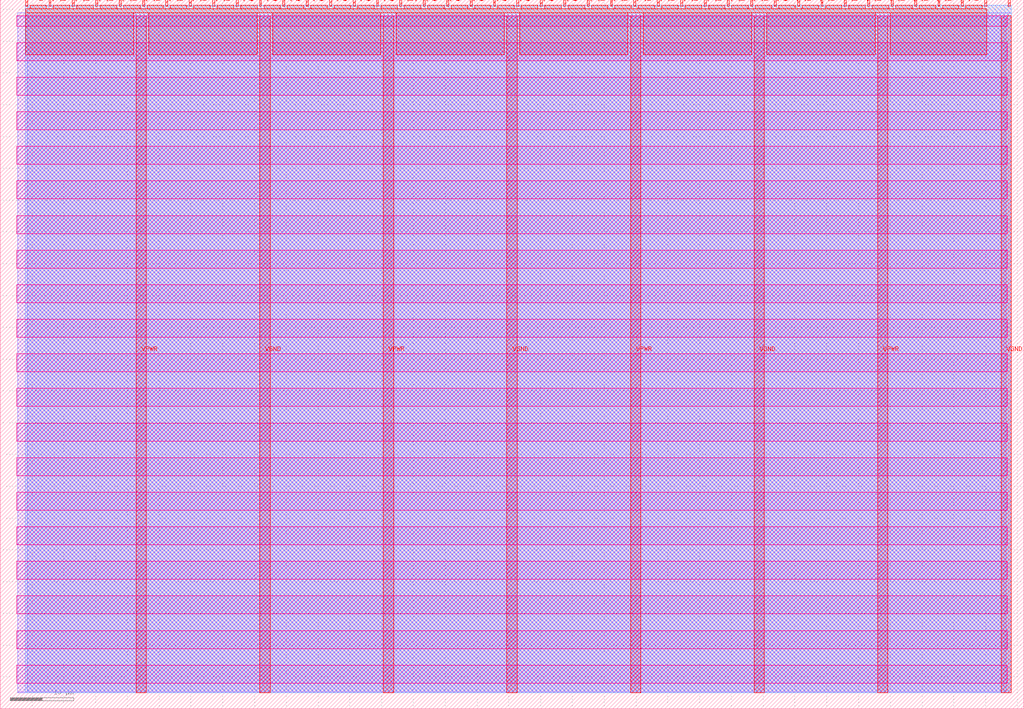
<source format=lef>
VERSION 5.7 ;
  NOWIREEXTENSIONATPIN ON ;
  DIVIDERCHAR "/" ;
  BUSBITCHARS "[]" ;
MACRO tt_um_wokwi_399469995038350337
  CLASS BLOCK ;
  FOREIGN tt_um_wokwi_399469995038350337 ;
  ORIGIN 0.000 0.000 ;
  SIZE 161.000 BY 111.520 ;
  PIN VGND
    DIRECTION INOUT ;
    USE GROUND ;
    PORT
      LAYER met4 ;
        RECT 40.830 2.480 42.430 109.040 ;
    END
    PORT
      LAYER met4 ;
        RECT 79.700 2.480 81.300 109.040 ;
    END
    PORT
      LAYER met4 ;
        RECT 118.570 2.480 120.170 109.040 ;
    END
    PORT
      LAYER met4 ;
        RECT 157.440 2.480 159.040 109.040 ;
    END
  END VGND
  PIN VPWR
    DIRECTION INOUT ;
    USE POWER ;
    PORT
      LAYER met4 ;
        RECT 21.395 2.480 22.995 109.040 ;
    END
    PORT
      LAYER met4 ;
        RECT 60.265 2.480 61.865 109.040 ;
    END
    PORT
      LAYER met4 ;
        RECT 99.135 2.480 100.735 109.040 ;
    END
    PORT
      LAYER met4 ;
        RECT 138.005 2.480 139.605 109.040 ;
    END
  END VPWR
  PIN clk
    DIRECTION INPUT ;
    USE SIGNAL ;
    ANTENNAGATEAREA 0.852000 ;
    PORT
      LAYER met4 ;
        RECT 154.870 110.520 155.170 111.520 ;
    END
  END clk
  PIN ena
    DIRECTION INPUT ;
    USE SIGNAL ;
    PORT
      LAYER met4 ;
        RECT 158.550 110.520 158.850 111.520 ;
    END
  END ena
  PIN rst_n
    DIRECTION INPUT ;
    USE SIGNAL ;
    ANTENNAGATEAREA 0.196500 ;
    PORT
      LAYER met4 ;
        RECT 151.190 110.520 151.490 111.520 ;
    END
  END rst_n
  PIN ui_in[0]
    DIRECTION INPUT ;
    USE SIGNAL ;
    PORT
      LAYER met4 ;
        RECT 147.510 110.520 147.810 111.520 ;
    END
  END ui_in[0]
  PIN ui_in[1]
    DIRECTION INPUT ;
    USE SIGNAL ;
    ANTENNAGATEAREA 0.196500 ;
    PORT
      LAYER met4 ;
        RECT 143.830 110.520 144.130 111.520 ;
    END
  END ui_in[1]
  PIN ui_in[2]
    DIRECTION INPUT ;
    USE SIGNAL ;
    PORT
      LAYER met4 ;
        RECT 140.150 110.520 140.450 111.520 ;
    END
  END ui_in[2]
  PIN ui_in[3]
    DIRECTION INPUT ;
    USE SIGNAL ;
    ANTENNAGATEAREA 0.196500 ;
    PORT
      LAYER met4 ;
        RECT 136.470 110.520 136.770 111.520 ;
    END
  END ui_in[3]
  PIN ui_in[4]
    DIRECTION INPUT ;
    USE SIGNAL ;
    ANTENNAGATEAREA 0.196500 ;
    PORT
      LAYER met4 ;
        RECT 132.790 110.520 133.090 111.520 ;
    END
  END ui_in[4]
  PIN ui_in[5]
    DIRECTION INPUT ;
    USE SIGNAL ;
    ANTENNAGATEAREA 0.196500 ;
    PORT
      LAYER met4 ;
        RECT 129.110 110.520 129.410 111.520 ;
    END
  END ui_in[5]
  PIN ui_in[6]
    DIRECTION INPUT ;
    USE SIGNAL ;
    ANTENNAGATEAREA 0.196500 ;
    PORT
      LAYER met4 ;
        RECT 125.430 110.520 125.730 111.520 ;
    END
  END ui_in[6]
  PIN ui_in[7]
    DIRECTION INPUT ;
    USE SIGNAL ;
    ANTENNAGATEAREA 0.196500 ;
    PORT
      LAYER met4 ;
        RECT 121.750 110.520 122.050 111.520 ;
    END
  END ui_in[7]
  PIN uio_in[0]
    DIRECTION INPUT ;
    USE SIGNAL ;
    PORT
      LAYER met4 ;
        RECT 118.070 110.520 118.370 111.520 ;
    END
  END uio_in[0]
  PIN uio_in[1]
    DIRECTION INPUT ;
    USE SIGNAL ;
    PORT
      LAYER met4 ;
        RECT 114.390 110.520 114.690 111.520 ;
    END
  END uio_in[1]
  PIN uio_in[2]
    DIRECTION INPUT ;
    USE SIGNAL ;
    PORT
      LAYER met4 ;
        RECT 110.710 110.520 111.010 111.520 ;
    END
  END uio_in[2]
  PIN uio_in[3]
    DIRECTION INPUT ;
    USE SIGNAL ;
    PORT
      LAYER met4 ;
        RECT 107.030 110.520 107.330 111.520 ;
    END
  END uio_in[3]
  PIN uio_in[4]
    DIRECTION INPUT ;
    USE SIGNAL ;
    PORT
      LAYER met4 ;
        RECT 103.350 110.520 103.650 111.520 ;
    END
  END uio_in[4]
  PIN uio_in[5]
    DIRECTION INPUT ;
    USE SIGNAL ;
    PORT
      LAYER met4 ;
        RECT 99.670 110.520 99.970 111.520 ;
    END
  END uio_in[5]
  PIN uio_in[6]
    DIRECTION INPUT ;
    USE SIGNAL ;
    PORT
      LAYER met4 ;
        RECT 95.990 110.520 96.290 111.520 ;
    END
  END uio_in[6]
  PIN uio_in[7]
    DIRECTION INPUT ;
    USE SIGNAL ;
    PORT
      LAYER met4 ;
        RECT 92.310 110.520 92.610 111.520 ;
    END
  END uio_in[7]
  PIN uio_oe[0]
    DIRECTION OUTPUT TRISTATE ;
    USE SIGNAL ;
    PORT
      LAYER met4 ;
        RECT 29.750 110.520 30.050 111.520 ;
    END
  END uio_oe[0]
  PIN uio_oe[1]
    DIRECTION OUTPUT TRISTATE ;
    USE SIGNAL ;
    PORT
      LAYER met4 ;
        RECT 26.070 110.520 26.370 111.520 ;
    END
  END uio_oe[1]
  PIN uio_oe[2]
    DIRECTION OUTPUT TRISTATE ;
    USE SIGNAL ;
    PORT
      LAYER met4 ;
        RECT 22.390 110.520 22.690 111.520 ;
    END
  END uio_oe[2]
  PIN uio_oe[3]
    DIRECTION OUTPUT TRISTATE ;
    USE SIGNAL ;
    PORT
      LAYER met4 ;
        RECT 18.710 110.520 19.010 111.520 ;
    END
  END uio_oe[3]
  PIN uio_oe[4]
    DIRECTION OUTPUT TRISTATE ;
    USE SIGNAL ;
    PORT
      LAYER met4 ;
        RECT 15.030 110.520 15.330 111.520 ;
    END
  END uio_oe[4]
  PIN uio_oe[5]
    DIRECTION OUTPUT TRISTATE ;
    USE SIGNAL ;
    PORT
      LAYER met4 ;
        RECT 11.350 110.520 11.650 111.520 ;
    END
  END uio_oe[5]
  PIN uio_oe[6]
    DIRECTION OUTPUT TRISTATE ;
    USE SIGNAL ;
    PORT
      LAYER met4 ;
        RECT 7.670 110.520 7.970 111.520 ;
    END
  END uio_oe[6]
  PIN uio_oe[7]
    DIRECTION OUTPUT TRISTATE ;
    USE SIGNAL ;
    PORT
      LAYER met4 ;
        RECT 3.990 110.520 4.290 111.520 ;
    END
  END uio_oe[7]
  PIN uio_out[0]
    DIRECTION OUTPUT TRISTATE ;
    USE SIGNAL ;
    PORT
      LAYER met4 ;
        RECT 59.190 110.520 59.490 111.520 ;
    END
  END uio_out[0]
  PIN uio_out[1]
    DIRECTION OUTPUT TRISTATE ;
    USE SIGNAL ;
    PORT
      LAYER met4 ;
        RECT 55.510 110.520 55.810 111.520 ;
    END
  END uio_out[1]
  PIN uio_out[2]
    DIRECTION OUTPUT TRISTATE ;
    USE SIGNAL ;
    PORT
      LAYER met4 ;
        RECT 51.830 110.520 52.130 111.520 ;
    END
  END uio_out[2]
  PIN uio_out[3]
    DIRECTION OUTPUT TRISTATE ;
    USE SIGNAL ;
    PORT
      LAYER met4 ;
        RECT 48.150 110.520 48.450 111.520 ;
    END
  END uio_out[3]
  PIN uio_out[4]
    DIRECTION OUTPUT TRISTATE ;
    USE SIGNAL ;
    PORT
      LAYER met4 ;
        RECT 44.470 110.520 44.770 111.520 ;
    END
  END uio_out[4]
  PIN uio_out[5]
    DIRECTION OUTPUT TRISTATE ;
    USE SIGNAL ;
    PORT
      LAYER met4 ;
        RECT 40.790 110.520 41.090 111.520 ;
    END
  END uio_out[5]
  PIN uio_out[6]
    DIRECTION OUTPUT TRISTATE ;
    USE SIGNAL ;
    PORT
      LAYER met4 ;
        RECT 37.110 110.520 37.410 111.520 ;
    END
  END uio_out[6]
  PIN uio_out[7]
    DIRECTION OUTPUT TRISTATE ;
    USE SIGNAL ;
    PORT
      LAYER met4 ;
        RECT 33.430 110.520 33.730 111.520 ;
    END
  END uio_out[7]
  PIN uo_out[0]
    DIRECTION OUTPUT TRISTATE ;
    USE SIGNAL ;
    ANTENNADIFFAREA 0.445500 ;
    PORT
      LAYER met4 ;
        RECT 88.630 110.520 88.930 111.520 ;
    END
  END uo_out[0]
  PIN uo_out[1]
    DIRECTION OUTPUT TRISTATE ;
    USE SIGNAL ;
    ANTENNADIFFAREA 0.445500 ;
    PORT
      LAYER met4 ;
        RECT 84.950 110.520 85.250 111.520 ;
    END
  END uo_out[1]
  PIN uo_out[2]
    DIRECTION OUTPUT TRISTATE ;
    USE SIGNAL ;
    ANTENNADIFFAREA 0.445500 ;
    PORT
      LAYER met4 ;
        RECT 81.270 110.520 81.570 111.520 ;
    END
  END uo_out[2]
  PIN uo_out[3]
    DIRECTION OUTPUT TRISTATE ;
    USE SIGNAL ;
    ANTENNADIFFAREA 0.445500 ;
    PORT
      LAYER met4 ;
        RECT 77.590 110.520 77.890 111.520 ;
    END
  END uo_out[3]
  PIN uo_out[4]
    DIRECTION OUTPUT TRISTATE ;
    USE SIGNAL ;
    ANTENNADIFFAREA 0.445500 ;
    PORT
      LAYER met4 ;
        RECT 73.910 110.520 74.210 111.520 ;
    END
  END uo_out[4]
  PIN uo_out[5]
    DIRECTION OUTPUT TRISTATE ;
    USE SIGNAL ;
    ANTENNADIFFAREA 0.445500 ;
    PORT
      LAYER met4 ;
        RECT 70.230 110.520 70.530 111.520 ;
    END
  END uo_out[5]
  PIN uo_out[6]
    DIRECTION OUTPUT TRISTATE ;
    USE SIGNAL ;
    ANTENNADIFFAREA 0.445500 ;
    PORT
      LAYER met4 ;
        RECT 66.550 110.520 66.850 111.520 ;
    END
  END uo_out[6]
  PIN uo_out[7]
    DIRECTION OUTPUT TRISTATE ;
    USE SIGNAL ;
    PORT
      LAYER met4 ;
        RECT 62.870 110.520 63.170 111.520 ;
    END
  END uo_out[7]
  OBS
      LAYER nwell ;
        RECT 2.570 107.385 158.430 108.990 ;
        RECT 2.570 101.945 158.430 104.775 ;
        RECT 2.570 96.505 158.430 99.335 ;
        RECT 2.570 91.065 158.430 93.895 ;
        RECT 2.570 85.625 158.430 88.455 ;
        RECT 2.570 80.185 158.430 83.015 ;
        RECT 2.570 74.745 158.430 77.575 ;
        RECT 2.570 69.305 158.430 72.135 ;
        RECT 2.570 63.865 158.430 66.695 ;
        RECT 2.570 58.425 158.430 61.255 ;
        RECT 2.570 52.985 158.430 55.815 ;
        RECT 2.570 47.545 158.430 50.375 ;
        RECT 2.570 42.105 158.430 44.935 ;
        RECT 2.570 36.665 158.430 39.495 ;
        RECT 2.570 31.225 158.430 34.055 ;
        RECT 2.570 25.785 158.430 28.615 ;
        RECT 2.570 20.345 158.430 23.175 ;
        RECT 2.570 14.905 158.430 17.735 ;
        RECT 2.570 9.465 158.430 12.295 ;
        RECT 2.570 4.025 158.430 6.855 ;
      LAYER li1 ;
        RECT 2.760 2.635 158.240 108.885 ;
      LAYER met1 ;
        RECT 2.760 2.480 159.040 109.440 ;
      LAYER met2 ;
        RECT 4.230 2.535 159.010 110.685 ;
      LAYER met3 ;
        RECT 3.950 2.555 159.030 110.665 ;
      LAYER met4 ;
        RECT 4.690 110.120 7.270 110.665 ;
        RECT 8.370 110.120 10.950 110.665 ;
        RECT 12.050 110.120 14.630 110.665 ;
        RECT 15.730 110.120 18.310 110.665 ;
        RECT 19.410 110.120 21.990 110.665 ;
        RECT 23.090 110.120 25.670 110.665 ;
        RECT 26.770 110.120 29.350 110.665 ;
        RECT 30.450 110.120 33.030 110.665 ;
        RECT 34.130 110.120 36.710 110.665 ;
        RECT 37.810 110.120 40.390 110.665 ;
        RECT 41.490 110.120 44.070 110.665 ;
        RECT 45.170 110.120 47.750 110.665 ;
        RECT 48.850 110.120 51.430 110.665 ;
        RECT 52.530 110.120 55.110 110.665 ;
        RECT 56.210 110.120 58.790 110.665 ;
        RECT 59.890 110.120 62.470 110.665 ;
        RECT 63.570 110.120 66.150 110.665 ;
        RECT 67.250 110.120 69.830 110.665 ;
        RECT 70.930 110.120 73.510 110.665 ;
        RECT 74.610 110.120 77.190 110.665 ;
        RECT 78.290 110.120 80.870 110.665 ;
        RECT 81.970 110.120 84.550 110.665 ;
        RECT 85.650 110.120 88.230 110.665 ;
        RECT 89.330 110.120 91.910 110.665 ;
        RECT 93.010 110.120 95.590 110.665 ;
        RECT 96.690 110.120 99.270 110.665 ;
        RECT 100.370 110.120 102.950 110.665 ;
        RECT 104.050 110.120 106.630 110.665 ;
        RECT 107.730 110.120 110.310 110.665 ;
        RECT 111.410 110.120 113.990 110.665 ;
        RECT 115.090 110.120 117.670 110.665 ;
        RECT 118.770 110.120 121.350 110.665 ;
        RECT 122.450 110.120 125.030 110.665 ;
        RECT 126.130 110.120 128.710 110.665 ;
        RECT 129.810 110.120 132.390 110.665 ;
        RECT 133.490 110.120 136.070 110.665 ;
        RECT 137.170 110.120 139.750 110.665 ;
        RECT 140.850 110.120 143.430 110.665 ;
        RECT 144.530 110.120 147.110 110.665 ;
        RECT 148.210 110.120 150.790 110.665 ;
        RECT 151.890 110.120 154.470 110.665 ;
        RECT 3.975 109.440 155.185 110.120 ;
        RECT 3.975 102.855 20.995 109.440 ;
        RECT 23.395 102.855 40.430 109.440 ;
        RECT 42.830 102.855 59.865 109.440 ;
        RECT 62.265 102.855 79.300 109.440 ;
        RECT 81.700 102.855 98.735 109.440 ;
        RECT 101.135 102.855 118.170 109.440 ;
        RECT 120.570 102.855 137.605 109.440 ;
        RECT 140.005 102.855 155.185 109.440 ;
  END
END tt_um_wokwi_399469995038350337
END LIBRARY


</source>
